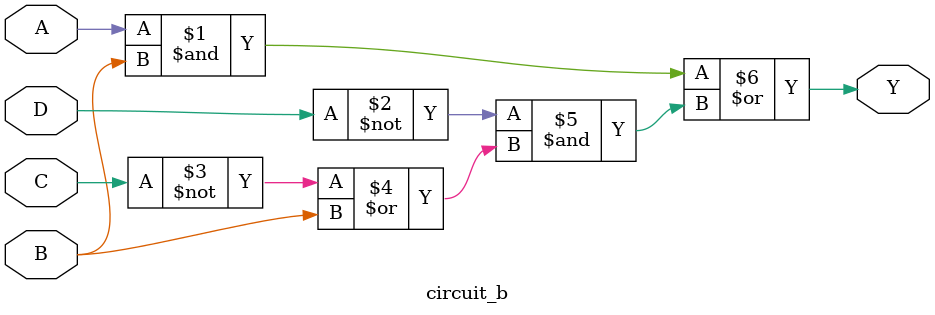
<source format=v>
module circuit_b(
    input A,B,C,D,
    output Y
);

    assign Y = (A&B) | (~D &(~C | B));

endmodule

</source>
